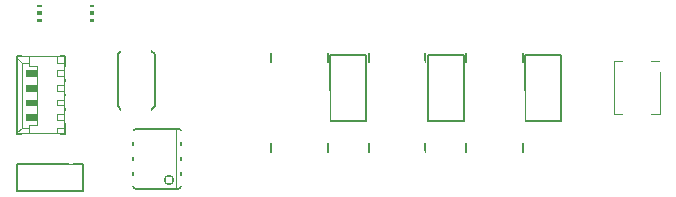
<source format=gbr>
G04 --- HEADER BEGIN --- *
%TF.GenerationSoftware,LibrePCB,LibrePCB,0.1.0*%
%TF.CreationDate,2016-09-09T23:18:03*%
%TF.ProjectId,Demo Brushless Controller Project - default,ace706f3-b818-4ce9-86ab-e3185109c18f,v1*%
%TF.Part,Single*%
%FSLAX66Y66*%
%MOMM*%
G01*
G74*
G04 --- HEADER END --- *
G04 --- APERTURE LIST BEGIN --- *
%ADD10C,0.000000*%
%ADD11C,0.203200*%
%ADD12C,0.050800*%
%ADD13C,0.152400*%
%ADD14C,0.127000*%
%ADD15C,0.101600*%
%ADD16C,0.914400X0.609600*%
%ADD17P,2.740000X8X22.500000*%
%ADD18R,1.200000X1.300000*%
%ADD19R,1.400000X1.400000*%
%ADD20C,2.740000*%
%ADD21P,2.740000X8X292.500000*%
%ADD22R,0.900000X1.600000*%
%ADD23R,5.200000X4.500000*%
%ADD24R,2.200000X1.000000*%
%ADD25R,3.200000X2.300000*%
%ADD26R,1.300000X1.200000*%
%ADD27R,2.740000X5.280000*%
%ADD28R,2.600000X2.400000*%
%ADD29R,2.360000X1.980000*%
%ADD30R,5.280000X2.028800*%
%ADD31R,2.232000X0.860400*%
%ADD32R,3.400000X5.200000*%
%ADD33C,1.200000*%
G04 --- APERTURE LIST END --- *
G04 --- BOARD BEGIN --- *
D10*
X6667500Y14565000D02*
X6667500Y14715000D01*
X6367500Y14715000D01*
X6367500Y14565000D01*
X6667500Y14565000D01*
G36*
X6667500Y14565000D02*
X6667500Y14715000D01*
X6367500Y14715000D01*
X6367500Y14565000D01*
X6667500Y14565000D01*
G37*
X6667500Y15765000D02*
X6667500Y15915000D01*
X6367500Y15915000D01*
X6367500Y15765000D01*
X6667500Y15765000D01*
G36*
X6667500Y15765000D02*
X6667500Y15915000D01*
X6367500Y15915000D01*
X6367500Y15765000D01*
X6667500Y15765000D01*
G37*
X6667500Y15090000D02*
X6667500Y15390000D01*
X6367500Y15390000D01*
X6367500Y15090000D01*
X6667500Y15090000D01*
G36*
X6667500Y15090000D02*
X6667500Y15390000D01*
X6367500Y15390000D01*
X6367500Y15090000D01*
X6667500Y15090000D01*
G37*
D11*
X21730000Y3447500D02*
X21730000Y4172500D01*
X26530000Y4172500D02*
X26530000Y3447500D01*
X4232500Y4980000D02*
X4232500Y5505000D01*
X4232500Y5505000D02*
X4232500Y11005000D01*
X4232500Y11005000D02*
X4232500Y11530000D01*
X4232500Y11530000D02*
X232500Y11530000D01*
X232500Y11530000D02*
X232500Y11380000D01*
X232500Y11380000D02*
X232500Y5130000D01*
X232500Y5130000D02*
X232500Y4980000D01*
X232500Y4980000D02*
X4232500Y4980000D01*
D12*
X1232500Y5005000D02*
X1232500Y5505000D01*
X1232500Y5505000D02*
X1232500Y5755000D01*
X1232500Y5755000D02*
X1857500Y5755000D01*
X1857500Y5755000D02*
X1857500Y10755000D01*
X1232500Y10755000D02*
X1232500Y11005000D01*
X1232500Y11005000D02*
X1232500Y11505000D01*
X1232500Y10755000D02*
X1857500Y10755000D01*
X3607500Y5005000D02*
X3607500Y5505000D01*
X3607500Y5505000D02*
X4232500Y5505000D01*
X3607500Y11005000D02*
X3607500Y11505000D01*
X3607500Y11005000D02*
X4232500Y11005000D01*
X1232500Y5505000D02*
X607500Y5505000D01*
X607500Y5505000D02*
X607500Y11005000D01*
X607500Y11005000D02*
X1232500Y11005000D01*
X607500Y5505000D02*
X232500Y5130000D01*
X607500Y11005000D02*
X232500Y11380000D01*
X4107500Y6130000D02*
X3607500Y6130000D01*
X3607500Y6130000D02*
X3607500Y6630000D01*
X3607500Y6630000D02*
X4107500Y6630000D01*
X4107500Y7380000D02*
X3607500Y7380000D01*
X3607500Y7380000D02*
X3607500Y7880000D01*
X3607500Y7880000D02*
X4107500Y7880000D01*
X4107500Y8630000D02*
X3607500Y8630000D01*
X3607500Y8630000D02*
X3607500Y9130000D01*
X3607500Y9130000D02*
X4107500Y9130000D01*
X4107500Y9880000D02*
X3607500Y9880000D01*
X3607500Y9880000D02*
X3607500Y10380000D01*
X3607500Y10380000D02*
X4107500Y10380000D01*
D10*
X1857500Y6130000D02*
X1857500Y6630000D01*
X982500Y6630000D01*
X982500Y6130000D01*
X1857500Y6130000D01*
G36*
X1857500Y6130000D02*
X1857500Y6630000D01*
X982500Y6630000D01*
X982500Y6130000D01*
X1857500Y6130000D01*
G37*
X1857500Y7380000D02*
X1857500Y7880000D01*
X982500Y7880000D01*
X982500Y7380000D01*
X1857500Y7380000D01*
G36*
X1857500Y7380000D02*
X1857500Y7880000D01*
X982500Y7880000D01*
X982500Y7380000D01*
X1857500Y7380000D01*
G37*
X1857500Y8630000D02*
X1857500Y9130000D01*
X982500Y9130000D01*
X982500Y8630000D01*
X1857500Y8630000D01*
G36*
X1857500Y8630000D02*
X1857500Y9130000D01*
X982500Y9130000D01*
X982500Y8630000D01*
X1857500Y8630000D01*
G37*
X1857500Y9880000D02*
X1857500Y10380000D01*
X982500Y10380000D01*
X982500Y9880000D01*
X1857500Y9880000D01*
G36*
X1857500Y9880000D02*
X1857500Y10380000D01*
X982500Y10380000D01*
X982500Y9880000D01*
X1857500Y9880000D01*
G37*
D11*
X21730000Y11067500D02*
X21730000Y11792500D01*
X26530000Y11792500D02*
X26530000Y11067500D01*
X29985000Y3447500D02*
X29985000Y4172500D01*
X34785000Y4172500D02*
X34785000Y3447500D01*
X29985000Y11067500D02*
X29985000Y11792500D01*
X34785000Y11792500D02*
X34785000Y11067500D01*
D13*
X34988500Y6096000D02*
X34988500Y11684000D01*
X38036500Y11684000D01*
X38036500Y6096000D01*
X34988500Y6096000D01*
X43243500Y6096000D02*
X43243500Y11684000D01*
X46291500Y11684000D01*
X46291500Y6096000D01*
X43243500Y6096000D01*
D11*
X38240000Y11067500D02*
X38240000Y11792500D01*
X43040000Y11792500D02*
X43040000Y11067500D01*
D14*
X11588750Y12025000D02*
X9048750Y12025000D01*
X9048750Y12025000D02*
X8718750Y11747500D01*
X8718750Y11747500D02*
X8718750Y7302500D01*
X8718750Y7302500D02*
X9048750Y7025000D01*
X9048750Y7025000D02*
X11588750Y7025000D01*
X11588750Y7025000D02*
X11918750Y7302500D01*
X11918750Y7302500D02*
X11918750Y11747500D01*
X11918750Y11747500D02*
X11588750Y12025000D01*
D15*
X50785000Y11130000D02*
X54625000Y11130000D01*
X54625000Y6650000D01*
X50785000Y6650000D01*
X50785000Y11130000D01*
D11*
X38240000Y3447500D02*
X38240000Y4172500D01*
X43040000Y4172500D02*
X43040000Y3447500D01*
D13*
X222250Y2438400D02*
X5810250Y2438400D01*
X5810250Y101600D01*
X222250Y101600D01*
X222250Y2438400D01*
D12*
X13665200Y317500D02*
X13665200Y5397500D01*
D13*
X10287000Y317500D02*
G02*
X10033000Y571500I0J254000D01*
G01*
X10033000Y1460500D02*
X10033000Y1714500D01*
X10033000Y2730500D02*
X10033000Y2984500D01*
X10033000Y4000500D02*
X10033000Y4254500D01*
X10033000Y5143500D02*
G02*
X10287000Y5397500I254000J0D01*
G01*
X14097000Y1460500D02*
X14097000Y1714500D01*
X14097000Y2730500D02*
X14097000Y2984500D01*
X14097000Y4000500D02*
X14097000Y4254500D01*
X14097000Y5143500D02*
G03*
X13843000Y5397500I254000J0D01*
G01*
X10287000Y5397500D02*
X13843000Y5397500D01*
X10287000Y317500D02*
X13843000Y317500D01*
X13843000Y317500D02*
G03*
X14097000Y571500I0J254000D01*
G01*
D16*
X13081000Y1079500D03*
D10*
X2222500Y14565000D02*
X2222500Y14715000D01*
X1922500Y14715000D01*
X1922500Y14565000D01*
X2222500Y14565000D01*
G36*
X2222500Y14565000D02*
X2222500Y14715000D01*
X1922500Y14715000D01*
X1922500Y14565000D01*
X2222500Y14565000D01*
G37*
X2222500Y15765000D02*
X2222500Y15915000D01*
X1922500Y15915000D01*
X1922500Y15765000D01*
X2222500Y15765000D01*
G36*
X2222500Y15765000D02*
X2222500Y15915000D01*
X1922500Y15915000D01*
X1922500Y15765000D01*
X2222500Y15765000D01*
G37*
X2222500Y15090000D02*
X2222500Y15390000D01*
X1922500Y15390000D01*
X1922500Y15090000D01*
X2222500Y15090000D01*
G36*
X2222500Y15090000D02*
X2222500Y15390000D01*
X1922500Y15390000D01*
X1922500Y15090000D01*
X2222500Y15090000D01*
G37*
D13*
X26733500Y6096000D02*
X26733500Y11684000D01*
X29781500Y11684000D01*
X29781500Y6096000D01*
X26733500Y6096000D01*
%LPC*%
D17*
X55880000Y14605000D03*
D18*
X20535000Y15557500D03*
X18835000Y15557500D03*
D19*
X5617500Y15240000D03*
X7717500Y15240000D03*
D18*
X14343750Y10001250D03*
X12643750Y10001250D03*
D20*
X55880000Y10795000D03*
D21*
X55880000Y5715000D03*
D22*
X24765000Y2747500D03*
X23495000Y2747500D03*
X22225000Y2747500D03*
X26035000Y2747500D03*
D23*
X24130000Y6397500D03*
D24*
X5357500Y8880000D03*
X5357500Y7630000D03*
X5357500Y6380000D03*
X5357500Y10130000D03*
D25*
X2232500Y12630000D03*
X2232500Y3880000D03*
D26*
X6985000Y3707500D03*
X6985000Y2007500D03*
D22*
X24765000Y10367500D03*
X23495000Y10367500D03*
X22225000Y10367500D03*
X26035000Y10367500D03*
D23*
X24130000Y14017500D03*
D22*
X33020000Y2747500D03*
X31750000Y2747500D03*
X30480000Y2747500D03*
X34290000Y2747500D03*
D23*
X32385000Y6397500D03*
D18*
X4865000Y13335000D03*
X6565000Y13335000D03*
D17*
X55880000Y1905000D03*
D22*
X33020000Y10367500D03*
X31750000Y10367500D03*
X30480000Y10367500D03*
X34290000Y10367500D03*
D23*
X32385000Y14017500D03*
D18*
X9310000Y15240000D03*
X11010000Y15240000D03*
X16986250Y2007500D03*
X16986250Y3707500D03*
D27*
X36512500Y8890000D03*
X44767500Y8890000D03*
D22*
X41275000Y10367500D03*
X40005000Y10367500D03*
X38735000Y10367500D03*
X42545000Y10367500D03*
D23*
X40640000Y14017500D03*
D28*
X10318750Y11575000D03*
X10318750Y7475000D03*
D26*
X20002500Y1690000D03*
X20002500Y3390000D03*
X14343750Y6826250D03*
X12643750Y6826250D03*
D29*
X52705000Y6850000D03*
X52705000Y10920000D03*
D22*
X41275000Y2747500D03*
X40005000Y2747500D03*
X38735000Y2747500D03*
X42545000Y2747500D03*
D23*
X40640000Y6397500D03*
D30*
X3016250Y1270000D03*
D31*
X8991600Y2222500D03*
X8991600Y3492500D03*
X15138400Y2222500D03*
X15138400Y4762500D03*
X15138400Y952500D03*
X15138400Y3492500D03*
X8991600Y952500D03*
X8991600Y4762500D03*
D19*
X1172500Y15240000D03*
X3272500Y15240000D03*
D27*
X28257500Y8890000D03*
D32*
X49828450Y2857500D03*
X45104050Y2857500D03*
D18*
X17042500Y15557500D03*
X15342500Y15557500D03*
D26*
X14343750Y8413750D03*
X12643750Y8413750D03*
D18*
X18732500Y11010000D03*
X18732500Y9310000D03*
D33*
X27622500Y14128750D03*
X35877500Y14128750D03*
X44132500Y14128750D03*
X4762500Y3016250D03*
X10953750Y2857500D03*
G04 --- BOARD END --- *
%TF.MD5,a1e0d2b488b6e76811de623ffaf92d79*%
M02*

</source>
